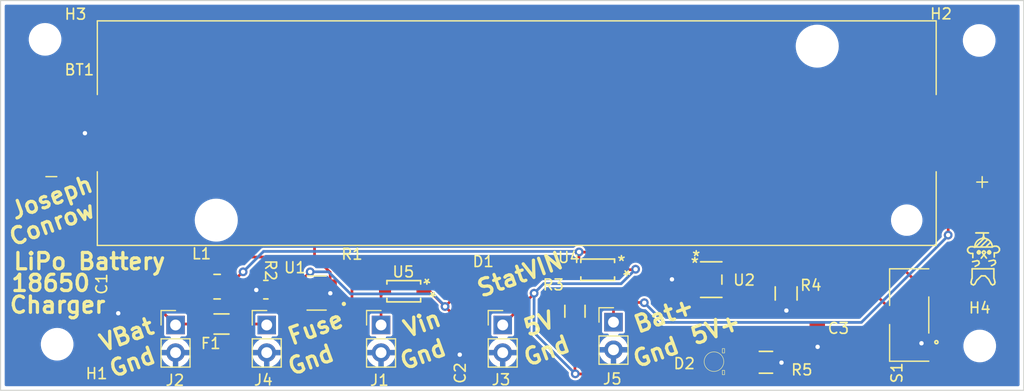
<source format=kicad_pcb>
(kicad_pcb (version 20221018) (generator pcbnew)
  (title_block (title "Lithium Ion Polymer Battery Charger") (date "11/2/23") (rev "1") (company "OSU") (comment 1 "Joseph Conrow") (comment 2 "ECE 441 - Fall 2023") (comment 3 "Prof. Don Heer") (comment 4 "Reviewed by: Cade tillema & Louis Marun"))
  (layers (0 "F.Cu" signal) (31 "B.Cu" signal) (34 "B.Paste" user) (35 "F.Paste" user) (36 "B.SilkS" user "B.Silkscreen") (37 "F.SilkS" user "F.Silkscreen") (38 "B.Mask" user) (39 "F.Mask" user) (44 "Edge.Cuts" user))
  (net 0 "")
  (net 1 "V_{BAT}")
  (net 2 "GND")
  (net 3 "V_{IN}")
  (net 4 "Net-(D1-A)")
  (net 5 "Net-(U1-STAT)")
  (net 6 "Net-(U1-PROG)")
  (net 7 "Net-(U2-SW)")
  (net 8 "Net-(U2-FB)")
  (net 9 "5V")
  (net 10 "Net-(U2-~{SHDN})")
  (net 11 "Net-(D1-K)")
  (net 12 "Net-(D2-K)")
  (net 13 "Net-(J4-Pin_1)")
  (net 14 "Net-(J5-Pin_1)")
  (footprint "RMCF1206JT33K0:RES_RMCF1206_STP" (layer "F.Cu") (at 255.28 152.1386 -90)
    (fp_text reference "R4" (at -0.7486 -2.27 unlocked) (layer "F.SilkS"))
    (fp_text value "33k")
    (fp_line (start -0.60685 1.0033) (end 0.60685 1.0033) (stroke (width 0.1524)) (layer "F.SilkS"))
    (fp_line (start 0.60685 -1.0033) (end -0.60685 -1.0033) (stroke (width 0.1524)) (layer "F.SilkS"))
    (pad "1" smd rect (at -1.4986 0 270) (size 1.1684 1.7526) (layers "F.Cu" "F.Paste" "F.Mask") (net 8 "Net-(U2-FB)"))
    (pad "2" smd rect (at 1.4986 0 270) (size 1.1684 1.7526) (layers "F.Cu" "F.Paste" "F.Mask") (net 2 "GND"))
  )
  (footprint "ERJ_8ENF1003V:RC1206N_PAN" (layer "F.Cu") (at 235.88 153.777798 90)
    (fp_text reference "R3" (at 2.427798 -1.99 unlocked) (layer "F.SilkS"))
    (fp_text value "100k")
    (fp_line (start -0.542448 0.926998) (end 0.542448 0.926998) (stroke (width 0.1524)) (layer "F.SilkS"))
    (fp_line (start 0.542448 -0.926998) (end -0.542448 -0.926998) (stroke (width 0.1524)) (layer "F.SilkS"))
    (pad "1" smd rect (at -1.402798 0 90) (size 1.105598 1.599997) (layers "F.Cu" "F.Paste" "F.Mask") (net 9 "5V"))
    (pad "2" smd rect (at 1.402798 0 90) (size 1.105598 1.599997) (layers "F.Cu" "F.Paste" "F.Mask") (net 8 "Net-(U2-FB)"))
  )
  (footprint "MountingHole:MountingHole_2.5mm" (layer "F.Cu") (at 188.32 156.81)
    (fp_text reference "H1" (at 3.62 2.7) (layer "F.SilkS"))
    (fp_text value "MountingHole" hide)
    (pad "" np_thru_hole circle (at 0 0) (size 2.5 2.5) (drill 2.5) (layers "*.Cu" "*.Mask"))
  )
  (footprint "3413_0214_22:FUS1206_24N_SCH" (layer "F.Cu") (at 203.4168 154.95 180)
    (fp_text reference "F1" (at 0.9868 -1.79 unlocked) (layer "F.SilkS"))
    (fp_text value "630mA")
    (fp_line (start -0.68305 0.9271) (end 0.68305 0.9271) (stroke (width 0.1524)) (layer "F.SilkS"))
    (fp_line (start 0.68305 -0.9271) (end -0.68305 -0.9271) (stroke (width 0.1524)) (layer "F.SilkS"))
    (pad "1" smd rect (at -1.4732 0 180) (size 0.9652 1.6002) (layers "F.Cu" "F.Paste" "F.Mask") (net 13 "Net-(J4-Pin_1)"))
    (pad "2" smd rect (at 1.4732 0 180) (size 0.9652 1.6002) (layers "F.Cu" "F.Paste" "F.Mask") (net 1 "V_{BAT}"))
  )
  (footprint "GRM219R6YA475KA73D:GRM219R6YA475KA73D" (layer "F.Cu") (at 225.29 156.825 90)
    (fp_text reference "C2" (at -2.635 0.05 270) (layer "F.SilkS"))
    (fp_text value "4.7uF")
    (pad "1" smd rect (at -0.895 0 90) (size 1.08 1.42) (layers "F.Cu" "F.Paste" "F.Mask") (net 2 "GND"))
    (pad "2" smd rect (at 0.895 0 90) (size 1.08 1.42) (layers "F.Cu" "F.Paste" "F.Mask") (net 4 "Net-(D1-A)"))
  )
  (footprint "1N5819HW-7-F:1N5819HW-7-F_DIO" (layer "F.Cu") (at 237.97 149.955 180)
    (fp_text reference "U4" (at 2.6468 1.125 unlocked) (layer "F.SilkS"))
    (fp_text value "SCHOTTKY")
    (fp_text user "*" (at -2.6616 0 180 unlocked) (layer "F.SilkS"))
    (fp_text user "*" (at -2.18 0.745) (layer "F.SilkS"))
    (fp_line (start -1.5494 -0.9779) (end -1.5494 -0.66294) (stroke (width 0.1524)) (layer "F.SilkS"))
    (fp_line (start -1.5494 0.66294) (end -1.5494 0.9779) (stroke (width 0.1524)) (layer "F.SilkS"))
    (fp_line (start -1.5494 0.9779) (end 1.5494 0.9779) (stroke (width 0.1524)) (layer "F.SilkS"))
    (fp_line (start 1.5494 -0.9779) (end -1.5494 -0.9779) (stroke (width 0.1524)) (layer "F.SilkS"))
    (fp_line (start 1.5494 -0.66294) (end 1.5494 -0.9779) (stroke (width 0.1524)) (layer "F.SilkS"))
    (fp_line (start 1.5494 0.9779) (end 1.5494 0.66294) (stroke (width 0.1524)) (layer "F.SilkS"))
    (pad "1" smd rect (at -1.7218 0 180) (size 1.1176 0.6604) (layers "F.Cu" "F.Paste" "F.Mask") (net 9 "5V"))
    (pad "2" smd rect (at 1.7218 0 180) (size 1.1176 0.6604) (layers "F.Cu" "F.Paste" "F.Mask") (net 7 "Net-(U2-SW)"))
  )
  (footprint "JS102011JCQN:SW_JS102011JCQN" (layer "F.Cu") (at 266.58131 154.12 90)
    (fp_text reference "S1" (at -5.32 -1.13 90) (layer "F.SilkS"))
    (fp_text value "SPDT")
    (fp_line (start -4.25 -1.8) (end -0.88 -1.8) (stroke (width 0.127)) (layer "F.SilkS"))
    (fp_line (start -4.25 1.8) (end -4.25 -1.8) (stroke (width 0.127)) (layer "F.SilkS"))
    (fp_line (start 0.88 -1.8) (end 4.25 -1.8) (stroke (width 0.127)) (layer "F.SilkS"))
    (fp_line (start 1.66 1.8) (end -1.66 1.8) (stroke (width 0.127)) (layer "F.SilkS"))
    (fp_line (start 4.25 -1.8) (end 4.25 1.8) (stroke (width 0.127)) (layer "F.SilkS"))
    (fp_circle (center -2.5 2.5) (end -2.358581 2.5) (stroke (width 0.1524)) (fill none) (layer "F.SilkS"))
    (pad "1" smd rect (at -2.5 1.2 180) (size 1.6 1) (layers "F.Cu" "F.Paste" "F.Mask") (net 2 "GND"))
    (pad "2" smd rect (at 0 -1.2 180) (size 1.6 1) (layers "F.Cu" "F.Paste" "F.Mask") (net 10 "Net-(U2-~{SHDN})"))
    (pad "3" smd rect (at 2.5 1.2 180) (size 1.6 1) (layers "F.Cu" "F.Paste" "F.Mask") (net 1 "V_{BAT}"))
  )
  (footprint "GRM219R6YA475KA73D:GRM219R6YA475KA73D" (layer "F.Cu") (at 193.95 152.995 -90)
    (fp_text reference "C1" (at -1.725 1.54 90) (layer "F.SilkS"))
    (fp_text value "4.7uF")
    (pad "1" smd rect (at -0.895 0 270) (size 1.08 1.42) (layers "F.Cu" "F.Paste" "F.Mask") (net 1 "V_{BAT}"))
    (pad "2" smd rect (at 0.895 0 270) (size 1.08 1.42) (layers "F.Cu" "F.Paste" "F.Mask") (net 2 "GND"))
  )
  (footprint "Connector_PinHeader_2.54mm:PinHeader_1x02_P2.54mm_Vertical" (layer "F.Cu") (at 199.195 155.04)
    (fp_text reference "J2" (at -0.055 5.08 180) (layer "F.SilkS"))
    (fp_text value "Conn_01x02_Pin" hide)
    (fp_line (start -1.33 -1.33) (end 0 -1.33) (stroke (width 0.12)) (layer "F.SilkS"))
    (fp_line (start -1.33 0) (end -1.33 -1.33) (stroke (width 0.12)) (layer "F.SilkS"))
    (fp_line (start -1.33 1.27) (end -1.33 3.87) (stroke (width 0.12)) (layer "F.SilkS"))
    (fp_line (start -1.33 1.27) (end 1.33 1.27) (stroke (width 0.12)) (layer "F.SilkS"))
    (fp_line (start -1.33 3.87) (end 1.33 3.87) (stroke (width 0.12)) (layer "F.SilkS"))
    (fp_line (start 1.33 1.27) (end 1.33 3.87) (stroke (width 0.12)) (layer "F.SilkS"))
    (pad "1" thru_hole rect (at 0 0) (size 1.7 1.7) (drill 1) (layers "*.Cu" "*.Mask") (net 1 "V_{BAT}"))
    (pad "2" thru_hole oval (at 0 2.54) (size 1.7 1.7) (drill 1) (layers "*.Cu" "*.Mask") (net 2 "GND"))
  )
  (footprint "Connector_PinHeader_2.54mm:PinHeader_1x02_P2.54mm_Vertical" (layer "F.Cu") (at 229.245 155.04)
    (fp_text reference "J3" (at -0.155 5.03) (layer "F.SilkS"))
    (fp_text value "Conn_01x02_Pin" hide)
    (fp_line (start -1.33 -1.33) (end 0 -1.33) (stroke (width 0.12)) (layer "F.SilkS"))
    (fp_line (start -1.33 0) (end -1.33 -1.33) (stroke (width 0.12)) (layer "F.SilkS"))
    (fp_line (start -1.33 1.27) (end -1.33 3.87) (stroke (width 0.12)) (layer "F.SilkS"))
    (fp_line (start -1.33 1.27) (end 1.33 1.27) (stroke (width 0.12)) (layer "F.SilkS"))
    (fp_line (start -1.33 3.87) (end 1.33 3.87) (stroke (width 0.12)) (layer "F.SilkS"))
    (fp_line (start 1.33 1.27) (end 1.33 3.87) (stroke (width 0.12)) (layer "F.SilkS"))
    (pad "1" thru_hole rect (at 0 0) (size 1.7 1.7) (drill 1) (layers "*.Cu" "*.Mask") (net 9 "5V"))
    (pad "2" thru_hole oval (at 0 2.54) (size 1.7 1.7) (drill 1) (layers "*.Cu" "*.Mask") (net 2 "GND"))
  )
  (footprint "AP3012KTR_G1:SOT-23-5_DIO" (layer "F.Cu") (at 248.4 150.865)
    (fp_text reference "U2" (at 3.02 0.045 unlocked) (layer "F.SilkS"))
    (fp_text value "IC REG BOOST")
    (fp_text user "*" (at -1.38 -2.105 unlocked) (layer "F.SilkS"))
    (fp_text user "*" (at -1.51 -1.485 unlocked) (layer "F.SilkS"))
    (fp_line (start -0.9779 1.6383) (end 0.9779 1.6383) (stroke (width 0.1524)) (layer "F.SilkS"))
    (fp_line (start 0.9779 -1.6383) (end -0.9779 -1.6383) (stroke (width 0.1524)) (layer "F.SilkS"))
    (fp_line (start 0.9779 0.41656) (end 0.9779 -0.41656) (stroke (width 0.1524)) (layer "F.SilkS"))
    (pad "1" smd rect (at -1.33985 -0.9398) (size 0.9779 0.4064) (layers "F.Cu" "F.Paste" "F.Mask") (net 7 "Net-(U2-SW)"))
    (pad "2" smd rect (at -1.33985 0) (size 0.9779 0.4064) (layers "F.Cu" "F.Paste" "F.Mask") (net 2 "GND"))
    (pad "3" smd rect (at -1.33985 0.9398) (size 0.9779 0.4064) (layers "F.Cu" "F.Paste" "F.Mask") (net 8 "Net-(U2-FB)"))
    (pad "4" smd rect (at 1.33985 0.9525) (size 0.9779 0.4064) (layers "F.Cu" "F.Paste" "F.Mask") (net 10 "Net-(U2-~{SHDN})"))
    (pad "5" smd rect (at 1.33985 -0.9525) (size 0.9779 0.4064) (layers "F.Cu" "F.Paste" "F.Mask") (net 1 "V_{BAT}"))
  )
  (footprint "RC0805N_YAG:RC0805N_YAG" (layer "F.Cu") (at 216.25 149.98 180)
    (fp_text reference "R1" (at 0.85 1.45 unlocked) (layer "F.SilkS"))
    (fp_text value "470")
    (pad "1" smd rect (at -0.8509 0 180) (size 1.016 1.1938) (layers "F.Cu" "F.Paste" "F.Mask") (net 11 "Net-(D1-K)"))
    (pad "2" smd rect (at 0.8509 0 180) (size 1.016 1.1938) (layers "F.Cu" "F.Paste" "F.Mask") (net 5 "Net-(U1-STAT)"))
  )
  (footprint "LTST-C930KRKT:LTST-C930KRKT" (layer "F.Cu") (at 248.65 158.41 90)
    (fp_text reference "D2" (at -0.18 -2.73 unlocked) (layer "F.SilkS") (effects (font (thickness 0.15) bold)))
    (fp_text value "Red" hide)
    (fp_rect (start -1.2 0.769708) (end -0.8 0.975108) (stroke (width 0.05)) (fill none) (layer "F.SilkS"))
    (fp_rect (start 1.2 0.769708) (end 0.8 0.975108) (stroke (width 0.05)) (fill none) (layer "F.SilkS"))
    (fp_circle (center 0 0) (end 0.9 0) (stroke (width 0.05)) (fill none) (layer "F.SilkS"))
    (pad "1" smd rect (at -0.005 1.315108 270) (size 1.85 0.6) (layers "F.Cu" "F.Paste" "F.Mask") (net 12 "Net-(D2-K)"))
    (pad "2" smd rect (at 0.005 -1.315108 90) (size 1.85 0.6) (layers "F.Cu" "F.Paste" "F.Mask") (net 9 "5V"))
  )
  (footprint "KW DSLP31.CC-GXHX-4J8K-Z444-60-R18:KW DSLP31.CC-GXHX-4J8K-Z444-60-R18" (layer "F.Cu") (at 225.22 150.555)
    (fp_text reference "D1" (at 2.236625 -1.350875 unlocked) (layer "F.SilkS"))
    (fp_text value "Yellow" hide)
    (pad "1" smd rect (at -0.005 -0.751625 90) (size 2.18325 0.83) (layers "F.Cu" "F.Paste" "F.Mask") (net 11 "Net-(D1-K)"))
    (pad "1" smd rect (at 0 -0.45 90) (size 1.74 2.38) (layers "F.Cu" "F.Paste" "F.Mask") (net 11 "Net-(D1-K)"))
    (pad "2" smd rect (at 0.011625 1.074125 90) (size 0.50825 2.38325) (layers "F.Cu" "F.Paste" "F.Mask") (net 4 "Net-(D1-A)"))
    (pad "2" smd rect (at 0.015 1.33 90) (size 1 0.75) (layers "F.Cu" "F.Paste" "F.Mask") (net 4 "Net-(D1-A)"))
  )
  (footprint "MountingHole:MountingHole_2.5mm" (layer "F.Cu") (at 273.01 128.87)
    (fp_text reference "H2" (at -3.505 -2.445) (layer "F.SilkS"))
    (fp_text value "MountingHole" hide)
    (pad "" np_thru_hole circle (at 0 0) (size 2.5 2.5) (drill 2.5) (layers "*.Cu" "*.Mask"))
  )
  (footprint "1239AS_H_100M_P2:IND_DFE252012C_MUR" (layer "F.Cu") (at 203.01305 151.515 180)
    (fp_text reference "L1" (at 1.43305 3.025 unlocked) (layer "F.SilkS"))
    (fp_text value "10uH")
    (fp_line (start -0.28935 1.1303) (end 0.28935 1.1303) (stroke (width 0.1524)) (layer "F.SilkS"))
    (fp_line (start 0.28935 -1.1303) (end -0.28935 -1.1303) (stroke (width 0.1524)) (layer "F.SilkS"))
    (pad "1" smd rect (at -0.99695 0 180) (size 0.8001 2.0066) (layers "F.Cu" "F.Paste" "F.Mask") (net 7 "Net-(U2-SW)"))
    (pad "2" smd rect (at 0.99695 0 180) (size 0.8001 2.0066) (layers "F.Cu" "F.Paste" "F.Mask") (net 1 "V_{BAT}"))
  )
  (footprint "MountingHole:MountingHole_2.5mm" (layer "F.Cu") (at 273.06 156.97)
    (fp_text reference "H4" (at 0 -3.5) (layer "F.SilkS"))
    (fp_text value "MountingHole" hide)
    (pad "" np_thru_hole circle (at 0 0) (size 2.5 2.5) (drill 2.5) (layers "*.Cu" "*.Mask"))
  )
  (footprint "MountingHole:MountingHole_2.5mm" (layer "F.Cu") (at 187.21 128.77)
    (fp_text reference "H3" (at 2.795 -2.315) (layer "F.SilkS"))
    (fp_text value "MountingHole" hide)
    (pad "" np_thru_hole circle (at 0 0) (size 2.5 2.5) (drill 2.5) (layers "*.Cu" "*.Mask"))
  )
  (footprint "Connector_PinHeader_2.54mm:PinHeader_1x02_P2.54mm_Vertical" (layer "F.Cu") (at 207.57 155.04)
    (fp_text reference "J4" (at -0.31 5.06) (layer "F.SilkS"))
    (fp_text value "Conn_01x02_Pin" hide)
    (fp_line (start -1.33 -1.33) (end 0 -1.33) (stroke (width 0.12)) (layer "F.SilkS"))
    (fp_line (start -1.33 0) (end -1.33 -1.33) (stroke (width 0.12)) (layer "F.SilkS"))
    (fp_line (start -1.33 1.27) (end -1.33 3.87) (stroke (width 0.12)) (layer "F.SilkS"))
    (fp_line (start -1.33 1.27) (end 1.33 1.27) (stroke (width 0.12)) (layer "F.SilkS"))
    (fp_line (start -1.33 3.87) (end 1.33 3.87) (stroke (width 0.12)) (layer "F.SilkS"))
    (fp_line (start 1.33 1.27) (end 1.33 3.87) (stroke (width 0.12)) (layer "F.SilkS"))
    (pad "1" thru_hole rect (at 0 0) (size 1.7 1.7) (drill 1) (layers "*.Cu" "*.Mask") (net 13 "Net-(J4-Pin_1)"))
    (pad "2" thru_hole oval (at 0 2.54) (size 1.7 1.7) (drill 1) (layers "*.Cu" "*.Mask") (net 2 "GND"))
  )
  (footprint "Connector_PinHeader_2.54mm:PinHeader_1x02_P2.54mm_Vertical" (layer "F.Cu") (at 239.42 154.78)
    (fp_text reference "J5" (at -0.11 5.22) (layer "F.SilkS"))
    (fp_text value "Conn_01x02_Pin" hide)
    (fp_line (start -1.33 -1.33) (end 0 -1.33) (stroke (width 0.12)) (layer "F.SilkS"))
    (fp_line (start -1.33 0) (end -1.33 -1.33) (stroke (width 0.12)) (layer "F.SilkS"))
    (fp_line (start -1.33 1.27) (end -1.33 3.87) (stroke (width 0.12)) (layer "F.SilkS"))
    (fp_line (start -1.33 1.27) (end 1.33 1.27) (stroke (width 0.12)) (layer "F.SilkS"))
    (fp_line (start -1.33 3.87) (end 1.33 3.87) (stroke (width 0.12)) (layer "F.SilkS"))
    (fp_line (start 1.33 1.27) (end 1.33 3.87) (stroke (width 0.12)) (layer "F.SilkS"))
    (pad "1" thru_hole rect (at 0 0) (size 1.7 1.7) (drill 1) (layers "*.Cu" "*.Mask") (net 14 "Net-(J5-Pin_1)"))
    (pad "2" thru_hole oval (at 0 2.54) (size 1.7 1.7) (drill 1) (layers "*.Cu" "*.Mask") (net 2 "GND"))
  )
  (footprint "MCP73832T_2DCI_OT:MCP73832T_2DCI_OT" (layer "F.Cu") (at 212.1531 152.1 180)
    (fp_text reference "U1" (at 1.9931 2.33 180) (layer "F.SilkS"))
    (fp_text value "IC BATT CTRL" hide)
    (fp_line (start -0.88 -1.57) (end 0.88 -1.57) (stroke (width 0.127)) (layer "F.SilkS"))
    (fp_line (start -0.88 1.57) (end 0.88 1.57) (stroke (width 0.127)) (layer "F.SilkS"))
    (fp_circle (center -2.5 -1) (end -2.4 -1) (stroke (width 0.2)) (fill none) (layer "F.SilkS"))
    (pad "1" smd roundrect (at -1.245 -0.95 180) (size 1.22 0.6) (layers "F.Cu" "F.Paste" "F.Mask") (roundrect_rratio 0.15) (net 5 "Net-(U1-STAT)"))
    (pad "2" smd roundrect (at -1.245 0 180) (size 1.22 0.6) (layers "F.Cu" "F.Paste" "F.Mask") (roundrect_rratio 0.15) (net 2 "GND"))
    (pad "3" smd roundrect (at -1.245 0.95 180) (size 1.22 0.6) (layers "F.Cu" "F.Paste" "F.Mask") (roundrect_rratio 0.15) (net 1 "V_{BAT}"))
    (pad "4" smd roundrect (at 1.245 0.95 180) (size 1.22 0.6) (layers "F.Cu" "F.Paste" "F.Mask") (roundrect_rratio 0.15) (net 4 "Net-(D1-A)"))
    (pad "5" smd roundrect (at 1.245 -0.95 180) (size 1.22 0.6) (layers "F.Cu" "F.Paste" "F.Mask") (roundrect_rratio 0.15) (net 6 "Net-(U1-PROG)"))
  )
  (footprint "RMCF1206FT560R:STA_RMCF1206_STP" (layer "F.Cu") (at 253.4224 158.47)
    (fp_text reference "R5" (at 3.2976 0.7 unlocked) (layer "F.SilkS"))
    (fp_text value "560")
    (fp_line (start -0.60685 1.0033) (end 0.60685 1.0033) (stroke (width 0.1524)) (layer "F.SilkS"))
    (fp_line (start 0.60685 -1.0033) (end -0.60685 -1.0033) (stroke (width 0.1524)) (layer "F.SilkS"))
    (pad "1" smd rect (at -1.4224 0) (size 1.016 1.7526) (layers "F.Cu" "F.Paste" "F.Mask") (net 12 "Net-(D2-K)"))
    (pad "2" smd rect (at 1.4224 0) (size 1.016 1.7526) (layers "F.Cu" "F.Paste" "F.Mask") (net 2 "GND"))
  )
  (footprint "1042P:1042P" (layer "F.Cu") (at 230.535 137.395)
    (fp_text reference "BT1" (at -40.175 -5.825) (layer "F.SilkS"))
    (fp_text value "1042P")
    (fp_line (start -43.25 4) (end -42.25 4) (stroke (width 0.127)) (layer "F.SilkS"))
    (fp_line (start -38.525 -10.325) (end 38.525 -10.325) (stroke (width 0.127)) (layer "F.SilkS"))
    (fp_line (start -38.525 -3.55) (end -38.525 -10.325) (stroke (width 0.127)) (layer "F.SilkS"))
    (fp_line (start -38.525 10.325) (end -38.525 3.55) (stroke (width 0.127)) (layer "F.SilkS"))
    (fp_line (start 38.525 -10.325) (end 38.525 -3.55) (stroke (width 0.127)) (layer "F.SilkS"))
    (fp_line (start 38.525 3.55) (end 38.525 10.325) (stroke (width 0.127)) (layer "F.SilkS"))
    (fp_line (start 38.525 10.325) (end -38.525 10.325) (stroke (width 0.127)) (layer "F.SilkS"))
    (fp_line (start 42.25 4.5) (end 43.25 4.5) (stroke (width 0.127)) (layer "F.SilkS"))
    (fp_line (start 42.75 4) (end 42.75 5) (stroke (width 0.127)) (layer "F.SilkS"))
    (pad "" np_thru_hole circle (at -27.6 8) (size 3.45 3.45) (drill 3.45) (layers "*.Cu" "*.Mask"))
    (pad "" np_thru_hole circle (at 27.6 -8) (size 3.45 3.45) (drill 3.45) (layers "*.Cu" "*.Mask"))
    (pad "" np_thru_hole circle (at 35.82 8) (size 2.39 2.39) (drill 2.39) (layers "*.Cu" "*.Mask"))
    (pad "N" smd rect (at -39.67 0) (size 7.46 6.47) (layers "F.Cu" "F.Paste" "F.Mask") (net 2 "GND"))
    (pad "P" smd rect (at 39.67 0) (size 7.46 6.47) (layers "F.Cu" "F.Paste" "F.Mask") (net 14 "Net-(J5-Pin_1)"))
  )
  (footprint "1N5819HW-7-F:1N5819HW-7-F_DIO" (layer "F.Cu") (at 220.1582 151.935 180)
    (fp_text reference "U5" (at 0.0382 1.775 unlocked) (layer "F.SilkS"))
    (fp_text value "SCHOTTKY")
    (fp_text user "*" (at -2.6616 0 180 unlocked) (layer "F.SilkS"))
    (fp_text user "*" (at -2.1218 1.205 180 unlocked) (layer "F.SilkS"))
    (fp_line (start -1.5494 -0.9779) (end -1.5494 -0.66294) (stroke (width 0.1524)) (layer "F.SilkS"))
    (fp_line (start -1.5494 0.66294) (end -1.5494 0.9779) (stroke (width 0.1524)) (layer "F.SilkS"))
    (fp_line (start -1.5494 0.9779) (end 1.5494 0.9779) (stroke (width 0.1524)) (layer "F.SilkS"))
    (fp_line (start 1.5494 -0.9779) (end -1.5494 -0.9779) (stroke (width 0.1524)) (layer "F.SilkS"))
    (fp_line (start 1.5494 -0.66294) (end 1.5494 -0.9779) (stroke (width 0.1524)) (layer "F.SilkS"))
    (fp_line (start 1.5494 0.9779) (end 1.5494 0.66294) (stroke (width 0.1524)) (layer "F.SilkS"))
    (pad "1" smd rect (at -1.7218 0 180) (size 1.1176 0.6604) (layers "F.Cu" "F.Paste" "F.Mask") (net 4 "Net-(D1-A)"))
    (pad "2" smd rect (at 1.7218 0 180) (size 1.1176 0.6604) (layers "F.Cu" "F.Paste" "F.Mask") (net 3 "V_{IN}"))
  )
  (footprint "GRM219R6YA475KA73D:GRM219R6YA475KA73D" (layer "F.Cu") (at 258.14 156.125 90)
    (fp_text reference "C3" (at 0.775 1.94 180) (layer "F.SilkS"))
    (fp_text value "4.7uF")
    (pad "1" smd rect (at -0.895 0 90) (size 1.08 1.42) (layers "F.Cu" "F.Paste" "F.Mask") (net 2 "GND"))
    (pad "2" smd rect (at 0.895 0 90) (size 1.08 1.42) (layers "F.Cu" "F.Paste" "F.Mask") (net 9 "5V"))
  )
  (footprint "Connector_PinHeader_2.54mm:PinHeader_1x02_P2.54mm_Vertical" (layer "F.Cu") (at 218.07 155.04)
    (fp_text reference "J1" (at -0.15 5.08) (layer "F.SilkS"))
    (fp_text value "Conn_01x02_Pin" hide)
    (fp_line (start -1.33 -1.33) (end 0 -1.33) (stroke (width 0.12)) (layer "F.SilkS"))
    (fp_line (start -1.33 0) (end -1.33 -1.33) (stroke (width 0.12)) (layer "F.SilkS"))
    (fp_line (start -1.33 1.27) (end -1.33 3.87) (stroke (width 0.12)) (layer "F.SilkS"))
    (fp_line (start -1.33 1.27) (end 1.33 1.27) (stroke (width 0.12)) (layer "F.SilkS"))
    (fp_line (start -1.33 3.87) (end 1.33 3.87) (stroke (width 0.12)) (layer "F.SilkS"))
    (fp_line (start 1.33 1.27) (end 1.33 3.87) (stroke (width 0.12)) (layer "F.SilkS"))
    (pad "1" thru_hole rect (at 0 0) (size 1.7 1.7) (drill 1) (layers "*.Cu" "*.Mask") (net 3 "V_{IN}"))
    (pad "2" thru_hole oval (at 0 2.54) (size 1.7 1.7) (drill 1) (layers "*.Cu" "*.Mask") (net 2 "GND"))
  )
  (footprint "RG2012P-202-B-T5:RES_1220_SUS" (layer "F.Cu") (at 207.4884 151.79)
    (fp_text reference "R2" (at 0.4416 -1.8 270 unlocked) (layer "F.SilkS"))
    (fp_text value "2K")
    (fp_line (start -0.19245 0.852) (end 0.19245 0.852) (stroke (width 0.1524)) (layer "F.SilkS"))
    (fp_line (start 0.19245 -0.852) (end -0.19245 -0.852) (stroke (width 0.1524)) (layer "F.SilkS"))
    (pad "1" smd rect (at -0.9016 0) (size 0.8032 1.45) (layers "F.Cu" "F.Paste" "F.Mask") (net 2 "GND"))
    (pad "2" smd rect (at 0.9016 0) (size 0.8032 1.45) (layers "F.Cu" "F.Paste" "F.Mask") (net 6 "Net-(U1-PROG)"))
  )
  (gr_line (start 272.36 149.87) (end 272.36 150.77) (stroke (width 0.15)) (layer "F.SilkS"))
  (gr_line (start 273.41 146.57) (end 272.71 146.57) (stroke (width 0.15)) (layer "F.SilkS"))
  (gr_line (start 272.36 149.87) (end 274.36 149.87) (stroke (width 0.15)) (layer "F.SilkS"))
  (gr_line (start 272.66 147.87) (end 273.46 147.07) (stroke (width 0.15)) (layer "F.SilkS"))
  (gr_arc (start 273.41 147.018531) (mid 273.41 147.018531) (end 273.41 147.018531) (stroke (width 0.15)) (layer "F.SilkS"))
  (gr_line (start 273.61 147.87) (end 274.06 147.42) (stroke (width 0.15)) (layer "F.SilkS"))
  (gr_line (start 272.71 146.57) (end 273.86 146.57) (stroke (width 0.15)) (layer "F.SilkS"))
  (gr_line (start 273.21 150.52) (end 273.56 150.52) (stroke (width 0.15)) (layer "F.SilkS"))
  (gr_line (start 273.81 147.17) (end 273.11 147.87) (stroke (width 0.15)) (layer "F.SilkS"))
  (gr_line (start 274.36 149.87) (end 274.36 150.77) (stroke (width 0.15)) (layer "F.SilkS"))
  (gr_line (start 273.56 150.52) (end 273.901607 150.861607) (stroke (width 0.15)) (layer "F.SilkS"))
  (gr_line (start 272.61 147.87) (end 274.21 147.87) (stroke (width 0.15)) (layer "F.SilkS"))
  (gr_arc (start 272.61 147.87) (mid 273.41 147.07) (end 274.21 147.87) (stroke (width 0.15)) (layer "F.SilkS"))
  (gr_line (start 273.41 147.07) (end 273.41 146.57) (stroke (width 0.15)) (layer "F.SilkS"))
  (gr_line (start 272.86 150.87) (end 273.21 150.52) (stroke (width 0.15)) (layer "F.SilkS"))
  (gr_rect (start 183.12 125.2) (end 277.1 161.05) (stroke (width 0.1)) (fill none) (layer "Edge.Cuts"))
  (gr_text "•" (at 273.21 148.87) (layer "F.SilkS") (effects (font (size 1 1)) (justify left bottom)))
  (gr_text "Gnd" (at 193.36 160.07 20) (layer "F.SilkS") (effects (font (size 1.5 1.5) (thickness 0.3) bold) (justify left bottom)))
  (gr_text "ʕ" (at 271.66 148.97) (layer "F.SilkS") (effects (font (size 1 1)) (justify left bottom)))
  (gr_text "18650" (at 183.96 152.07) (layer "F.SilkS") (effects (font (size 1.5 1.5) (thickness 0.3) bold) (justify left bottom)))
  (gr_text "ʔ" (at 274.01 148.92) (layer "F.SilkS") (effects (font (size 1 1)) (justify left bottom)))
  (gr_text "StatVIN" (at 227.16 152.67 20) (layer "F.SilkS") (effects (font (size 1.5 1.5) (thickness 0.3) bold) (justify left bottom)))
  (gr_text "Bat+\n" (at 241.56 155.97 20) (layer "F.SilkS") (effects (font (size 1.5 1.5) (thickness 0.3) bold) (justify left bottom)))
  (gr_text "5V+" (at 246.77 157.07 20) (layer "F.SilkS") (effects (font (size 1.5 1.5) (thickness 0.3) bold) (justify left bottom)))
  (gr_text "5V" (at 231.42 156.295 20) (layer "F.SilkS") (effects (font (size 1.5 1.5) (thickness 0.3) bold) (justify left bottom)))
  (gr_text "ᴥ" (at 272.96 149.02) (layer "F.SilkS") (effects (font (size 1 1)) (justify left bottom)))
  (gr_text "Gnd" (at 241.46 159.17 20) (layer "F.SilkS") (effects (font (size 1.5 1.5) (thickness 0.3) bold) (justify left bottom)))
  (gr_text "っ" (at 272.46 150.22 -130) (layer "F.SilkS") (effects (font (size 1 1)) (justify left bottom)))
  (gr_text "VBat\n" (at 192.46 157.67 20) (layer "F.SilkS") (effects (font (size 1.5 1.5) (thickness 0.3) bold) (justify left bottom)))
  (gr_text "っ" (at 272.11 149.92) (layer "F.SilkS") (effects (font (size 1 1)) (justify left bottom)))
  (gr_text "Gnd" (at 220.06 159.37 20) (layer "F.SilkS") (effects (font (size 1.5 1.5) (thickness 0.3) bold) (justify left bottom)))
  (gr_text "LiPo Battery\n" (at 184.16 150.07) (layer "F.SilkS") (effects (font (size 1.5 1.5) (thickness 0.3) bold) (justify left bottom)))
  (gr_text "っ" (at 274.26 150.22 130) (layer "F.SilkS") (effects (font (size 1 1)) (justify left bottom mirror)))
  (gr_text "Charger" (at 183.81 154.07) (layer "F.SilkS") (effects (font (size 1.5 1.5) (thickness 0.3) bold) (justify left bottom)))
  (gr_text "っ" (at 273.61 149.87) (layer "F.SilkS") (effects (font (size 1 1)) (justify left bottom)))
  (gr_text "Gnd" (at 231.42 159.035 20) (layer "F.SilkS") (effects (font (size 1.5 1.5) (thickness 0.3) bold) (justify left bottom)))
  (gr_text "•" (at 272.26 148.87) (layer "F.SilkS") (effects (font (size 1 1)) (justify left bottom)))
  (gr_text "Fuse" (at 209.76 157.07 20) (layer "F.SilkS") (effects (font (size 1.5 1.5) (thickness 0.3) bold) (justify left bottom)))
  (gr_text "Conrow" (at 184.16 147.97 20) (layer "F.SilkS") (effects (font (size 1.5 1.5) (thickness 0.3) bold) (justify left bottom)))
  (gr_text "Vin" (at 220.39 156.37 20) (layer "F.SilkS") (effects (font (size 1.5 1.5) (thickness 0.3) bold) (justify left bottom)))
  (gr_text "Gnd" (at 209.76 159.87 20) (layer "F.SilkS") (effects (font (size 1.5 1.5) (thickness 0.3) bold) (justify left bottom)))
  (gr_text "Joseph" (at 184.31 145.52 20) (layer "F.SilkS") (effects (font (size 1.5 1.5) (thickness 0.3) bold) (justify left bottom)))
  (segment (start 211.96 147.02) (end 211.96 148.766879) (width 0.25) (layer "F.Cu") (net 1))
  (segment (start 202.0161 148.79) (end 202.0161 151.515) (width 0.25) (layer "F.Cu") (net 1))
  (segment (start 211.96 148.766879) (end 211.983121 148.79) (width 0.25) (layer "F.Cu") (net 1))
  (segment (start 201.9436 154.95) (end 199.285 154.95) (width 0.25) (layer "F.Cu") (net 1))
  (segment (start 193.95 152.1) (end 196.255 152.1) (width 0.25) (layer "F.Cu") (net 1))
  (segment (start 211.983121 148.79) (end 202.0161 148.79) (width 0.25) (layer "F.Cu") (net 1))
  (segment (start 264.562635 148.401325) (end 248.228675 148.401325) (width 0.25) (layer "F.Cu") (net 1))
  (segment (start 199.285 154.95) (end 199.195 155.04) (width 0.25) (layer "F.Cu") (net 1))
  (segment (start 246.84735 147.02) (end 211.96 147.02) (width 0.25) (layer "F.Cu") (net 1))
  (segment (start 211.983121 148.79) (end 213.3981 150.204979) (width 0.25) (layer "F.Cu") (net 1))
  (segment (start 249.73985 149.9125) (end 249.73985 149.89985) (width 0.25) (layer "F.Cu") (net 1))
  (segment (start 202.0161 154.8775) (end 201.9436 154.95) (width 0.25) (layer "F.Cu") (net 1))
  (segment (start 201.8936 155) (end 201.9436 154.95) (width 0.25) (layer "F.Cu") (net 1))
  (segment (start 213.3981 150.204979) (end 213.3981 151.15) (width 0.25) (layer "F.Cu") (net 1))
  (segment (start 249.73985 149.9125) (end 246.84735 147.02) (width 0.25) (layer "F.Cu") (net 1))
  (segment (start 267.78131 151.62) (end 264.562635 148.401325) (width 0.25) (layer "F.Cu") (net 1))
  (segment (start 202.0161 151.515) (end 202.0161 154.8775) (width 0.25) (layer "F.Cu") (net 1))
  (segment (start 196.255 152.1) (end 199.195 155.04) (width 0.25) (layer "F.Cu") (net 1))
  (segment (start 244.79 150.84) (end 244.835 150.865) (width 0.25) (layer "F.Cu") (net 2))
  (segment (start 244.835 150.865) (end 244.86 150.865) (width 0.25) (layer "F.Cu") (net 2))
  (segment (start 247.06015 150.865) (end 244.885 150.865) (width 0.25) (layer "F.Cu") (net 2))
  (segment (start 244.885 150.865) (end 244.79 150.84) (width 0.25) (layer "F.Cu") (net 2))
  (via (at 213.41 152.12) (size 0.8) (drill 0.4) (layers "F.Cu" "B.Cu") (net 2))
  (via (at 244.79 150.84) (size 0.8) (drill 0.4) (layers "F.Cu" "B.Cu") (net 2))
  (via (at 190.87 137.4) (size 0.8) (drill 0.4) (layers "F.Cu" "B.Cu") (net 2))
  (via (at 255.3 153.71) (size 0.8) (drill 0.4) (layers "F.Cu" "B.Cu") (net 2))
  (via (at 258.17 157.05) (size 0.8) (drill 0.4) (layers "F.Cu" "B.Cu") (net 2))
  (via (at 206.61 151.82) (size 0.8) (drill 0.4) (layers "F.Cu" "B.Cu") (net 2))
  (via (at 225.3 157.77) (size 0.8) (drill 0.4) (layers "F.Cu" "B.Cu") (net 2))
  (via (at 254.85 158.5) (size 0.8) (drill 0.4) (layers "F.Cu" "B.Cu") (net 2))
  (via (at 267.71 156.72) (size 0.8) (drill 0.4) (layers "F.Cu" "B.Cu") (net 2))
  (via (at 193.93 153.96) (size 0.8) (drill 0.4) (layers "F.Cu" "B.Cu") (net 2))
  (segment (start 218.07 152.3014) (end 218.07 155.04) (width 0.25) (layer "F.Cu") (net 3))
  (segment (start 218.4364 151.935) (end 218.07 152.3014) (width 0.25) (layer "F.Cu") (net 3))
  (segment (start 211.64 150.18) (end 211.56 150.15) (width 0.25) (layer "F.Cu") (net 4))
  (segment (start 225.29 155.93) (end 225.29 154.68) (width 0.25) (layer "F.Cu") (net 4))
  (segment (start 225.235 151.885) (end 225.235 152.055) (width 0.25) (layer "F.Cu") (net 4))
  (segment (start 211.56 150.15) (end 211.58 150.18) (width 0.25) (layer "F.Cu") (net 4))
  (segment (start 222.545 151.935) (end 223.95 153.34) (width 0.25) (layer "F.Cu") (net 4))
  (segment (start 210.9081 151.15) (end 210.9081 150.8019) (width 0.25) (layer "F.Cu") (net 4))
  (segment (start 210.9081 150.8019) (end 211.56 150.15) (width 0.25) (layer "F.Cu") (net 4))
  (segment (start 221.88 151.935) (end 222.545 151.935) (width 0.25) (layer "F.Cu") (net 4))
  (segment (start 225.29 154.68) (end 223.95 153.34) (width 0.25) (layer "F.Cu") (net 4))
  (segment (start 225.235 152.055) (end 223.95 153.34) (width 0.25) (layer "F.Cu") (net 4))
  (segment (start 211.58 150.18) (end 211.61 150.18) (width 0.25) (layer "F.Cu") (net 4))
  (via (at 211.56 150.15) (size 0.8) (drill 0.4) (layers "F.Cu" "B.Cu") (net 4))
  (via (at 223.95 153.34) (size 0.8) (drill 0.4) (layers "F.Cu" "B.Cu") (net 4))
  (segment (start 215.27 152.18) (end 222.83 152.18) (width 0.25) (layer "B.Cu") (net 4))
  (segment (start 213.24 150.15) (end 215.27 152.18) (width 0.25) (layer "B.Cu") (net 4))
  (segment (start 211.56 150.15) (end 213.24 150.15) (width 0.25) (layer "B.Cu") (net 4))
  (segment (start 223.95 153.3) (end 223.95 153.34) (width 0.25) (layer "B.Cu") (net 4))
  (segment (start 223.99 153.34) (end 223.98 153.33) (width 0.25) (layer "B.Cu") (net 4))
  (segment (start 222.83 152.18) (end 223.95 153.3) (width 0.25) (layer "B.Cu") (net 4))
  (segment (start 223.95 153.34) (end 223.99 153.34) (width 0.25) (layer "B.Cu") (net 4))
  (segment (start 215.3991 153.05) (end 215.3991 149.98) (width 0.25) (layer "F.Cu") (net 5))
  (segment (start 215.3991 149.98) (end 215.81 150.3909) (width 0.25) (layer "F.Cu") (net 5))
  (segment (start 213.3981 153.05) (end 215.3991 153.05) (width 0.25) (layer "F.Cu") (net 5))
  (segment (start 209.65 153.05) (end 210.9081 153.05) (width 0.25) (layer "F.Cu") (net 6))
  (segment (start 208.39 151.79) (end 209.65 153.05) (width 0.25) (layer "F.Cu") (net 6))
  (segment (start 205.4 150.15) (end 205.39 150.22) (width 0.25) (layer "F.Cu") (net 7))
  (segment (start 205.25 150.22) (end 205.4 150.15) (width 0.25) (layer "F.Cu") (net 7))
  (segment (start 245.47495 148.34) (end 236.2482 148.34) (width 0.25) (layer "F.Cu") (net 7))
  (segment (start 236.26 148.32) (end 236.26 148.3282) (width 0.25) (layer "F.Cu") (net 7))
  (segment (start 205.39 150.22) (end 205.32 150.22) (width 0.25) (layer "F.Cu") (net 7))
  (segment (start 236.2682 148.32) (end 236.26 148.32) (width 0.25) (layer "F.Cu") (net 7))
  (segment (start 236.26 148.3282) (end 236.2482 148.34) (width 0.25) (layer "F.Cu") (net 7))
  (segment (start 236.2482 148.34) (end 236.2482 149.955) (width 0.25) (layer "F.Cu") (net 7))
  (segment (start 247.06015 149.9252) (end 245.47495 148.34) (width 0.25) (layer "F.Cu") (net 7))
  (segment (start 236.27 148.3182) (end 236.2682 148.32) (width 0.25) (layer "F.Cu") (net 7))
  (segment (start 205.305 150.22) (end 205.25 150.22) (width 0.25) (layer "F.Cu") (net 7))
  (segment (start 204.01 151.515) (end 205.305 150.22) (width 0.25) (layer "F.Cu") (net 7))
  (via (at 236.26 148.32) (size 0.8) (drill 0.4) (layers "F.Cu" "B.Cu") (net 7))
  (via (at 205.4 150.15) (size 0.8) (drill 0.4) (layers "F.Cu" "B.Cu") (net 7))
  (segment (start 207.28 148.27) (end 205.4 150.15) (width 0.25) (layer "B.Cu") (net 7))
  (segment (start 236.21 148.27) (end 207.28 148.27) (width 0.25) (layer "B.Cu") (net 7))
  (segment (start 236.26 148.32) (end 236.21 148.27) (width 0.25) (layer "B.Cu") (net 7))
  (segment (start 247.06015 153.490053) (end 247.261209 153.691112) (width 0.25) (layer "F.Cu") (net 8))
  (segment (start 246.54 151.8048) (end 236.4502 151.8048) (width 0.25) (layer "F.Cu") (net 8))
  (segment (start 247.261209 153.691112) (end 250.78 153.691112) (width 0.25) (layer "F.Cu") (net 8))
  (segment (start 250.78 153.691112) (end 253.831112 150.64) (width 0.25) (layer "F.Cu") (net 8))
  (segment (start 247.06015 151.8048) (end 246.54 151.8048) (width 0.25) (layer "F.Cu") (net 8))
  (segment (start 236.4502 151.8048) (end 235.88 152.375) (width 0.25) (layer "F.Cu") (net 8))
  (segment (start 247.06015 151.8048) (end 247.06015 153.490053) (width 0.25) (layer "F.Cu") (net 8))
  (segment (start 253.831112 150.64) (end 255.28 150.64) (width 0.25) (layer "F.Cu") (net 8))
  (segment (start 247.334892 158.405) (end 246.194941 159.544951) (width 0.25) (layer "F.Cu") (net 9))
  (segment (start 241.45 149.91) (end 241.45 149.88) (width 0.25) (layer "F.Cu") (net 9))
  (segment (start 232.13 152.155) (end 229.245 155.04) (width 0.25) (layer "F.Cu") (net 9))
  (segment (start 256.91 156.46) (end 258.14 155.23) (width 0.25) (layer "F.Cu") (net 9))
  (segment (start 247.334892 158.405) (end 249.279892 156.46) (width 0.25) (layer "F.Cu") (net 9))
  (segment (start 232.13 152.12) (end 232.13 152.155) (width 0.25) (layer "F.Cu") (net 9))
  (segment (start 246.194941 159.544951) (end 235.924951 159.544951) (width 0.25) (layer "F.Cu") (net 9))
  (segment (start 235.91 159.53) (end 235.895049 159.544951) (width 0.25) (layer "F.Cu") (net 9))
  (segment (start 239.6918 149.955) (end 241.375 149.955) (width 0.25) (layer "F.Cu") (net 9))
  (segment (start 235.924951 159.544951) (end 235.91 159.53) (width 0.25) (layer "F.Cu") (net 9))
  (segment (start 241.45 149.88) (end 241.38 149.95) (width 0.25) (layer "F.Cu") (net 9))
  (segment (start 249.279892 156.46) (end 256.91 156.46) (width 0.25) (layer "F.Cu") (net 9))
  (segment (start 241.42 149.91) (end 241.45 149.91) (width 0.25) (layer "F.Cu") (net 9))
  (segment (start 235.895049 159.544951) (end 235.88 159.544951) (width 0.25) (layer "F.Cu") (net 9))
  (segment (start 235.88 159.544951) (end 235.88 155.180596) (width 0.25) (layer "F.Cu") (net 9))
  (segment (start 241.375 149.955) (end 241.42 149.91) (width 0.25) (layer "F.Cu") (net 9))
  (via (at 232.13 152.12) (size 0.8) (drill 0.4) (layers "F.Cu" "B.Cu") (net 9))
  (via (at 241.45 149.91) (size 0.8) (drill 0.4) (layers "F.Cu" "B.Cu") (net 9))
  (via (at 235.91 159.53) (size 0.8) (drill 0.4) (layers "F.Cu" "B.Cu") (net 9))
  (segment (start 233.01 151.24) (end 232.13 152.12) (width 0.25) (layer "B.Cu") (net 9))
  (segment (start 241.45 149.91) (end 240.12 151.24) (width 0.25) (layer "B.Cu") (net 9))
  (segment (start 240.12 151.24) (end 233.01 151.24) (width 0.25) (layer "B.Cu") (net 9))
  (segment (start 235.91 159.53) (end 232.12 155.74) (width 0.25) (layer "B.Cu") (net 9))
  (segment (start 232.13 152.12) (end 232.12 152.22) (width 0.25) (layer "B.Cu") (net 9))
  (segment (start 232.12 155.74) (end 232.13 152.12) (width 0.25) (layer "B.Cu") (net 9))
  (segment (start 253.26 149.22) (end 250.6625 151.8175) (width 0.25) (layer "F.Cu") (net 10))
  (segment (start 250.6625 151.8175) (end 249.73985 151.8175) (width 0.25) (layer "F.Cu") (net 10))
  (segment (start 265.38131 154.12) (end 260.48131 149.22) (width 0.25) (layer "F.Cu") (net 10))
  (segment (start 260.48131 149.22) (end 253.26 149.22) (width 0.25) (layer "F.Cu") (net 10))
  (segment (start 225.095 149.98) (end 225.22 150.105) (width 0.25) (layer "F.Cu") (net 11))
  (segment (start 217.1009 149.98) (end 225.095 149.98) (width 0.25) (layer "F.Cu") (net 11))
  (segment (start 250.020108 158.47) (end 249.965108 158.415) (width 0.25) (layer "F.Cu") (net 12))
  (segment (start 252 158.47) (end 250.020108 158.47) (width 0.25) (layer "F.Cu") (net 12))
  (segment (start 207.48 154.95) (end 207.57 155.04) (width 0.25) (layer "F.Cu") (net 13))
  (segment (start 207.505 154.95) (end 207.615 155.06) (width 0.25) (layer "F.Cu") (net 13))
  (segment (start 204.89 154.95) (end 207.48 154.95) (width 0.25) (layer "F.Cu") (net 13))
  (segment (start 242.23 152.97) (end 242.25 152.99) (width 0.25) (layer "F.Cu") (net 14))
  (segment (start 239.42 154.78) (end 239.42 153.01) (width 0.25) (layer "F.Cu") (net 14))
  (segment (start 239.42 153.01) (end 239.46 152.97) (width 0.25) (layer "F.Cu") (net 14))
  (segment (start 270.205 137.395) (end 270.16 146.77) (width 0.25) (layer "F.Cu") (net 14))
  (segment (start 270.16 146.77) (end 270.205 146.745) (width 0.25) (layer "F.Cu") (net 14))
  (segment (start 242.25 152.99) (end 242.277092 152.99) (width 0.25) (layer "F.Cu") (net 14))
  (segment (start 242.277092 152.99) (end 242.258546 153.008546) (width 0.25) (layer "F.Cu") (net 14))
  (segment (start 239.46 152.97) (end 242.23 152.97) (width 0.25) (layer "F.Cu") (net 14))
  (via (at 242.25 152.99) (size 0.8) (drill 0.4) (layers "F.Cu" "B.Cu") (net 14))
  (via (at 270.16 146.77) (size 0.8) (drill 0.4) (layers "F.Cu" "B.Cu") (net 14))
  (segment (start 242.25 152.99) (end 244.06 154.8) (width 0.25) (layer "B.Cu") (net 14))
  (segment (start 270.16 146.83) (end 262.19 154.8) (width 0.25) (layer "B.Cu") (net 14))
  (segment (start 244.06 154.8) (end 262.19 154.8) (width 0.25) (layer "B.Cu") (net 14))
  (segment (start 270.16 146.77) (end 270.16 146.83) (width 0.25) (layer "B.Cu") (net 14))
  (zone (net 2) (net_name "GND") (layer "B.Cu") (name "GND") (connect_pads (clearance 0)) (min_thickness 0.25) (fill yes (thermal_gap 0.5) (thermal_bridge_width 0.5))
    (polygon (pts (xy 277.1 125.2) (xy 183.12 125.2) (xy 183.12 161.05) (xy 277.1 161.05)))
  )
)
</source>
